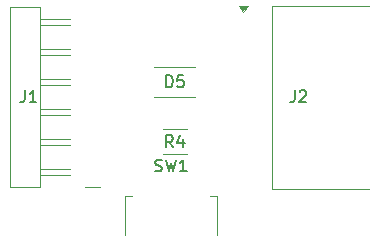
<source format=gbr>
%TF.GenerationSoftware,KiCad,Pcbnew,9.0.0*%
%TF.CreationDate,2025-05-11T17:49:33+05:30*%
%TF.ProjectId,Auto-UPDI-with-switch,4175746f-2d55-4504-9449-2d776974682d,rev?*%
%TF.SameCoordinates,Original*%
%TF.FileFunction,Legend,Top*%
%TF.FilePolarity,Positive*%
%FSLAX46Y46*%
G04 Gerber Fmt 4.6, Leading zero omitted, Abs format (unit mm)*
G04 Created by KiCad (PCBNEW 9.0.0) date 2025-05-11 17:49:33*
%MOMM*%
%LPD*%
G01*
G04 APERTURE LIST*
%ADD10C,0.150000*%
%ADD11C,0.120000*%
%ADD12C,0.100000*%
G04 APERTURE END LIST*
D10*
X91336905Y-83004819D02*
X91336905Y-82004819D01*
X91336905Y-82004819D02*
X91575000Y-82004819D01*
X91575000Y-82004819D02*
X91717857Y-82052438D01*
X91717857Y-82052438D02*
X91813095Y-82147676D01*
X91813095Y-82147676D02*
X91860714Y-82242914D01*
X91860714Y-82242914D02*
X91908333Y-82433390D01*
X91908333Y-82433390D02*
X91908333Y-82576247D01*
X91908333Y-82576247D02*
X91860714Y-82766723D01*
X91860714Y-82766723D02*
X91813095Y-82861961D01*
X91813095Y-82861961D02*
X91717857Y-82957200D01*
X91717857Y-82957200D02*
X91575000Y-83004819D01*
X91575000Y-83004819D02*
X91336905Y-83004819D01*
X92813095Y-82004819D02*
X92336905Y-82004819D01*
X92336905Y-82004819D02*
X92289286Y-82481009D01*
X92289286Y-82481009D02*
X92336905Y-82433390D01*
X92336905Y-82433390D02*
X92432143Y-82385771D01*
X92432143Y-82385771D02*
X92670238Y-82385771D01*
X92670238Y-82385771D02*
X92765476Y-82433390D01*
X92765476Y-82433390D02*
X92813095Y-82481009D01*
X92813095Y-82481009D02*
X92860714Y-82576247D01*
X92860714Y-82576247D02*
X92860714Y-82814342D01*
X92860714Y-82814342D02*
X92813095Y-82909580D01*
X92813095Y-82909580D02*
X92765476Y-82957200D01*
X92765476Y-82957200D02*
X92670238Y-83004819D01*
X92670238Y-83004819D02*
X92432143Y-83004819D01*
X92432143Y-83004819D02*
X92336905Y-82957200D01*
X92336905Y-82957200D02*
X92289286Y-82909580D01*
X90424167Y-90087200D02*
X90567024Y-90134819D01*
X90567024Y-90134819D02*
X90805119Y-90134819D01*
X90805119Y-90134819D02*
X90900357Y-90087200D01*
X90900357Y-90087200D02*
X90947976Y-90039580D01*
X90947976Y-90039580D02*
X90995595Y-89944342D01*
X90995595Y-89944342D02*
X90995595Y-89849104D01*
X90995595Y-89849104D02*
X90947976Y-89753866D01*
X90947976Y-89753866D02*
X90900357Y-89706247D01*
X90900357Y-89706247D02*
X90805119Y-89658628D01*
X90805119Y-89658628D02*
X90614643Y-89611009D01*
X90614643Y-89611009D02*
X90519405Y-89563390D01*
X90519405Y-89563390D02*
X90471786Y-89515771D01*
X90471786Y-89515771D02*
X90424167Y-89420533D01*
X90424167Y-89420533D02*
X90424167Y-89325295D01*
X90424167Y-89325295D02*
X90471786Y-89230057D01*
X90471786Y-89230057D02*
X90519405Y-89182438D01*
X90519405Y-89182438D02*
X90614643Y-89134819D01*
X90614643Y-89134819D02*
X90852738Y-89134819D01*
X90852738Y-89134819D02*
X90995595Y-89182438D01*
X91328929Y-89134819D02*
X91567024Y-90134819D01*
X91567024Y-90134819D02*
X91757500Y-89420533D01*
X91757500Y-89420533D02*
X91947976Y-90134819D01*
X91947976Y-90134819D02*
X92186072Y-89134819D01*
X93090833Y-90134819D02*
X92519405Y-90134819D01*
X92805119Y-90134819D02*
X92805119Y-89134819D01*
X92805119Y-89134819D02*
X92709881Y-89277676D01*
X92709881Y-89277676D02*
X92614643Y-89372914D01*
X92614643Y-89372914D02*
X92519405Y-89420533D01*
X79362493Y-83274819D02*
X79362493Y-83989104D01*
X79362493Y-83989104D02*
X79314874Y-84131961D01*
X79314874Y-84131961D02*
X79219636Y-84227200D01*
X79219636Y-84227200D02*
X79076779Y-84274819D01*
X79076779Y-84274819D02*
X78981541Y-84274819D01*
X80362493Y-84274819D02*
X79791065Y-84274819D01*
X80076779Y-84274819D02*
X80076779Y-83274819D01*
X80076779Y-83274819D02*
X79981541Y-83417676D01*
X79981541Y-83417676D02*
X79886303Y-83512914D01*
X79886303Y-83512914D02*
X79791065Y-83560533D01*
X102222493Y-83274819D02*
X102222493Y-83989104D01*
X102222493Y-83989104D02*
X102174874Y-84131961D01*
X102174874Y-84131961D02*
X102079636Y-84227200D01*
X102079636Y-84227200D02*
X101936779Y-84274819D01*
X101936779Y-84274819D02*
X101841541Y-84274819D01*
X102651065Y-83370057D02*
X102698684Y-83322438D01*
X102698684Y-83322438D02*
X102793922Y-83274819D01*
X102793922Y-83274819D02*
X103032017Y-83274819D01*
X103032017Y-83274819D02*
X103127255Y-83322438D01*
X103127255Y-83322438D02*
X103174874Y-83370057D01*
X103174874Y-83370057D02*
X103222493Y-83465295D01*
X103222493Y-83465295D02*
X103222493Y-83560533D01*
X103222493Y-83560533D02*
X103174874Y-83703390D01*
X103174874Y-83703390D02*
X102603446Y-84274819D01*
X102603446Y-84274819D02*
X103222493Y-84274819D01*
X91908333Y-88084819D02*
X91575000Y-87608628D01*
X91336905Y-88084819D02*
X91336905Y-87084819D01*
X91336905Y-87084819D02*
X91717857Y-87084819D01*
X91717857Y-87084819D02*
X91813095Y-87132438D01*
X91813095Y-87132438D02*
X91860714Y-87180057D01*
X91860714Y-87180057D02*
X91908333Y-87275295D01*
X91908333Y-87275295D02*
X91908333Y-87418152D01*
X91908333Y-87418152D02*
X91860714Y-87513390D01*
X91860714Y-87513390D02*
X91813095Y-87561009D01*
X91813095Y-87561009D02*
X91717857Y-87608628D01*
X91717857Y-87608628D02*
X91336905Y-87608628D01*
X92765476Y-87418152D02*
X92765476Y-88084819D01*
X92527381Y-87037200D02*
X92289286Y-87751485D01*
X92289286Y-87751485D02*
X92908333Y-87751485D01*
D11*
%TO.C,D5*%
X93825000Y-81300000D02*
X90325000Y-81300000D01*
X93825000Y-83800000D02*
X90325000Y-83800000D01*
%TO.C,SW1*%
X87857500Y-92180000D02*
X87857500Y-95480000D01*
X87857500Y-92180000D02*
X88457500Y-92180000D01*
X95657500Y-92180000D02*
X95057500Y-92180000D01*
X95657500Y-95480000D02*
X95657500Y-92180000D01*
%TO.C,J1*%
X78105000Y-76200000D02*
X80645000Y-76200000D01*
X78105000Y-91440000D02*
X78105000Y-76200000D01*
X80645000Y-76200000D02*
X80645000Y-91440000D01*
X80645000Y-77216000D02*
X83185000Y-77216000D01*
X80645000Y-77724000D02*
X83185000Y-77724000D01*
X80645000Y-79756000D02*
X83185000Y-79756000D01*
X80645000Y-80264000D02*
X83185000Y-80264000D01*
X80645000Y-82296000D02*
X83185000Y-82296000D01*
X80645000Y-82804000D02*
X83185000Y-82804000D01*
X80645000Y-84836000D02*
X83185000Y-84836000D01*
X80645000Y-85344000D02*
X83185000Y-85344000D01*
X80645000Y-87376000D02*
X83185000Y-87376000D01*
X80645000Y-87884000D02*
X83185000Y-87884000D01*
X80645000Y-89916000D02*
X83185000Y-89916000D01*
X80645000Y-90424000D02*
X83185000Y-90424000D01*
X80645000Y-91440000D02*
X78105000Y-91440000D01*
X85725000Y-91440000D02*
X84455000Y-91440000D01*
D12*
%TO.C,J2*%
X100283000Y-76123000D02*
X100283000Y-91617000D01*
X100283000Y-91617000D02*
X108538000Y-91617000D01*
X108538000Y-76123000D02*
X100283000Y-76123000D01*
X97870000Y-76631000D02*
X97489000Y-76123000D01*
X98251000Y-76123000D01*
X97870000Y-76631000D01*
G36*
X97870000Y-76631000D02*
G01*
X97489000Y-76123000D01*
X98251000Y-76123000D01*
X97870000Y-76631000D01*
G37*
D11*
%TO.C,R4*%
X93075000Y-88700000D02*
X91075000Y-88700000D01*
X91075000Y-86560000D02*
X93075000Y-86560000D01*
%TD*%
M02*

</source>
